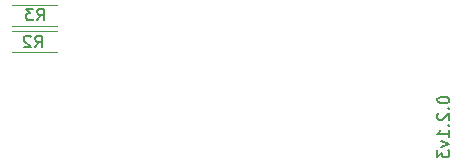
<source format=gbo>
%TF.GenerationSoftware,KiCad,Pcbnew,(5.1.8)-1*%
%TF.CreationDate,2021-01-24T12:06:25-05:00*%
%TF.ProjectId,TTS,5454532e-6b69-4636-9164-5f7063625858,rev?*%
%TF.SameCoordinates,Original*%
%TF.FileFunction,Legend,Bot*%
%TF.FilePolarity,Positive*%
%FSLAX46Y46*%
G04 Gerber Fmt 4.6, Leading zero omitted, Abs format (unit mm)*
G04 Created by KiCad (PCBNEW (5.1.8)-1) date 2021-01-24 12:06:25*
%MOMM*%
%LPD*%
G01*
G04 APERTURE LIST*
%ADD10C,0.150000*%
%ADD11C,0.120000*%
G04 APERTURE END LIST*
D10*
X88555580Y-50701866D02*
X88555580Y-50797104D01*
X88603200Y-50892342D01*
X88650819Y-50939961D01*
X88746057Y-50987580D01*
X88936533Y-51035200D01*
X89174628Y-51035200D01*
X89365104Y-50987580D01*
X89460342Y-50939961D01*
X89507961Y-50892342D01*
X89555580Y-50797104D01*
X89555580Y-50701866D01*
X89507961Y-50606628D01*
X89460342Y-50559009D01*
X89365104Y-50511390D01*
X89174628Y-50463771D01*
X88936533Y-50463771D01*
X88746057Y-50511390D01*
X88650819Y-50559009D01*
X88603200Y-50606628D01*
X88555580Y-50701866D01*
X89460342Y-51463771D02*
X89507961Y-51511390D01*
X89555580Y-51463771D01*
X89507961Y-51416152D01*
X89460342Y-51463771D01*
X89555580Y-51463771D01*
X88650819Y-51892342D02*
X88603200Y-51939961D01*
X88555580Y-52035200D01*
X88555580Y-52273295D01*
X88603200Y-52368533D01*
X88650819Y-52416152D01*
X88746057Y-52463771D01*
X88841295Y-52463771D01*
X88984152Y-52416152D01*
X89555580Y-51844723D01*
X89555580Y-52463771D01*
X89460342Y-52892342D02*
X89507961Y-52939961D01*
X89555580Y-52892342D01*
X89507961Y-52844723D01*
X89460342Y-52892342D01*
X89555580Y-52892342D01*
X89555580Y-53892342D02*
X89555580Y-53320914D01*
X89555580Y-53606628D02*
X88555580Y-53606628D01*
X88698438Y-53511390D01*
X88793676Y-53416152D01*
X88841295Y-53320914D01*
X88888914Y-54225676D02*
X89555580Y-54463771D01*
X88888914Y-54701866D01*
X88555580Y-54987580D02*
X88555580Y-55606628D01*
X88936533Y-55273295D01*
X88936533Y-55416152D01*
X88984152Y-55511390D01*
X89031771Y-55559009D01*
X89127009Y-55606628D01*
X89365104Y-55606628D01*
X89460342Y-55559009D01*
X89507961Y-55511390D01*
X89555580Y-55416152D01*
X89555580Y-55130438D01*
X89507961Y-55035200D01*
X89460342Y-54987580D01*
D11*
%TO.C,R2*%
X56352200Y-44876200D02*
X52512200Y-44876200D01*
X56352200Y-46716200D02*
X52512200Y-46716200D01*
%TO.C,R3*%
X56352200Y-44531800D02*
X52512200Y-44531800D01*
X56352200Y-42691800D02*
X52512200Y-42691800D01*
%TO.C,R2*%
D10*
X54497266Y-46299380D02*
X54830600Y-45823190D01*
X55068695Y-46299380D02*
X55068695Y-45299380D01*
X54687742Y-45299380D01*
X54592504Y-45347000D01*
X54544885Y-45394619D01*
X54497266Y-45489857D01*
X54497266Y-45632714D01*
X54544885Y-45727952D01*
X54592504Y-45775571D01*
X54687742Y-45823190D01*
X55068695Y-45823190D01*
X54116314Y-45394619D02*
X54068695Y-45347000D01*
X53973457Y-45299380D01*
X53735361Y-45299380D01*
X53640123Y-45347000D01*
X53592504Y-45394619D01*
X53544885Y-45489857D01*
X53544885Y-45585095D01*
X53592504Y-45727952D01*
X54163933Y-46299380D01*
X53544885Y-46299380D01*
%TO.C,R3*%
X54675066Y-44013380D02*
X55008400Y-43537190D01*
X55246495Y-44013380D02*
X55246495Y-43013380D01*
X54865542Y-43013380D01*
X54770304Y-43061000D01*
X54722685Y-43108619D01*
X54675066Y-43203857D01*
X54675066Y-43346714D01*
X54722685Y-43441952D01*
X54770304Y-43489571D01*
X54865542Y-43537190D01*
X55246495Y-43537190D01*
X54341733Y-43013380D02*
X53722685Y-43013380D01*
X54056019Y-43394333D01*
X53913161Y-43394333D01*
X53817923Y-43441952D01*
X53770304Y-43489571D01*
X53722685Y-43584809D01*
X53722685Y-43822904D01*
X53770304Y-43918142D01*
X53817923Y-43965761D01*
X53913161Y-44013380D01*
X54198876Y-44013380D01*
X54294114Y-43965761D01*
X54341733Y-43918142D01*
%TD*%
M02*

</source>
